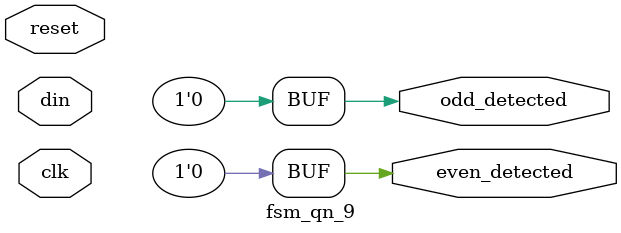
<source format=v>
`timescale 1ns / 1ps


module fsm_qn_9(
input clk,reset,din,
output  reg  even_detected,odd_detected);
    reg [1:0] state , next_state;
    parameter  a=3'd0,
               b=3'd1,
               c=3'd2,
               d=3'd3;
  always @ (posedge clk or posedge reset) begin
      if(reset)begin
         state<=a;
      end  else
         state<=next_state;
      end
   always @(*)begin
       next_state = state;
       even_detected = 0;
       odd_detected=0;
       case (state)
       a:begin
       if(din)
       next_state=b;
        else
       next_state=c;
       end
       b:begin
       if(din)
       next_state=a;
        else
       next_state=d;
       end
       c:begin
       if(din)
       next_state=d;
       else
       next_state=a;
       end
       d:begin
       if(din)
       next_state=c;
      else
       next_state=b;
       end
       endcase
       end
       always @(*) begin
       //even number of 0's
         even_detected = (state == a || state == b);
         //odd no of 1s
         odd_detected = (state == b || state == d);
         
         end

endmodule

</source>
